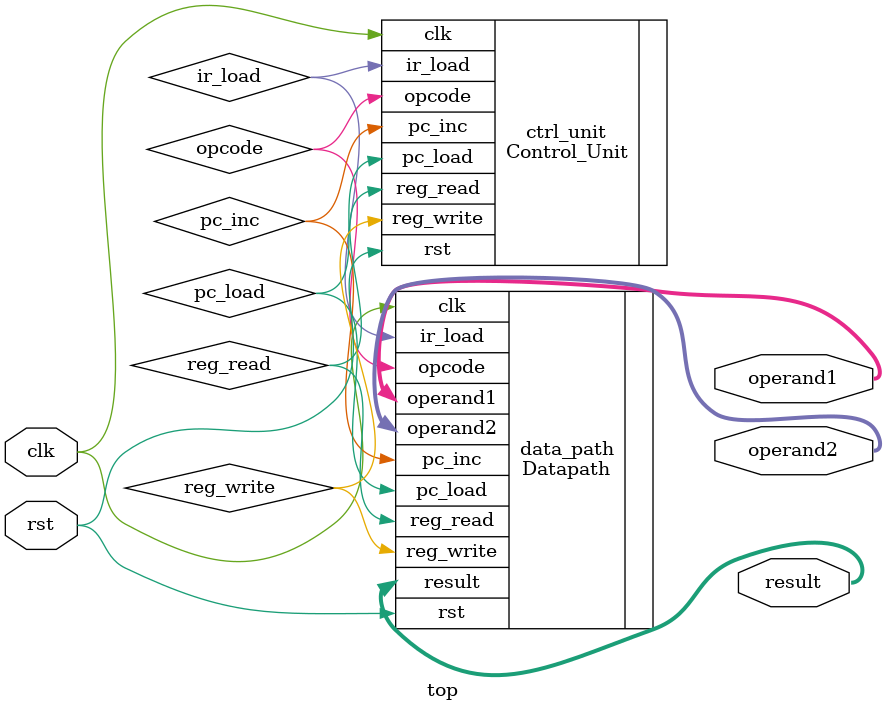
<source format=v>
`timescale 1ns / 1ps


module top(
    input clk,
    input rst,
    //output [4:0]opcode,
    output [31:0]operand1,
    output [31:0]operand2,
    output [31:0]result
    
    );

    Control_Unit ctrl_unit(
    .opcode(opcode), // for the instructions
    .clk(clk),
    .rst(rst),
    
    .pc_load(pc_load),
    .ir_load(ir_load),
    .pc_inc(pc_inc),
    
    .reg_write(reg_write),
    .reg_read(reg_read)
    );     

    Datapath data_path(
    .clk(clk),
    .rst(rst),
        
    .pc_load(pc_load),
    .ir_load(ir_load),
    .pc_inc(pc_inc),
    
    .reg_write(reg_write),
    .reg_read(reg_read),
    
    .opcode(opcode),
    .operand1(operand1),
    .operand2(operand2),
    .result(result)
    );    
    
endmodule
    
</source>
